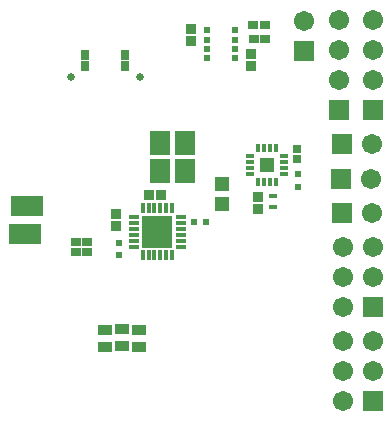
<source format=gbr>
%TF.GenerationSoftware,Altium Limited,Altium Designer,23.1.1 (15)*%
G04 Layer_Color=16711935*
%FSLAX45Y45*%
%MOMM*%
%TF.SameCoordinates,F9E8136A-E86D-4813-A5E9-63B8E08E304F*%
%TF.FilePolarity,Negative*%
%TF.FileFunction,Soldermask,Bot*%
%TF.Part,Single*%
G01*
G75*
%TA.AperFunction,SMDPad,CuDef*%
%ADD38R,0.67500X0.45000*%
%TA.AperFunction,ComponentPad*%
%ADD51C,0.65000*%
%TA.AperFunction,SMDPad,CuDef*%
%ADD61R,1.23000X1.23000*%
%ADD62R,0.30000X0.80000*%
%ADD63R,0.80000X0.30000*%
%ADD64R,0.50000X0.50000*%
%ADD66R,0.60000X0.60000*%
%ADD70R,0.50000X0.50000*%
%ADD78R,1.17000X0.93000*%
%TA.AperFunction,ComponentPad*%
%ADD104C,1.70320*%
%ADD105R,1.70320X1.70320*%
%TA.AperFunction,SMDPad,CuDef*%
%ADD106R,1.30000X1.30000*%
%TA.AperFunction,ComponentPad*%
%ADD107R,1.70320X1.70320*%
%TA.AperFunction,ViaPad*%
%ADD108R,2.72720X1.72720*%
%ADD109R,2.72720X1.72720*%
%TA.AperFunction,SMDPad,CuDef*%
%ADD110R,0.80000X0.85000*%
%ADD111R,0.82000X0.86000*%
%ADD112R,0.85000X0.80000*%
%ADD113R,0.65000X0.70000*%
%ADD114R,0.86000X0.82000*%
%TA.AperFunction,BGAPad,CuDef*%
%ADD115R,0.50000X0.50000*%
%TA.AperFunction,SMDPad,CuDef*%
%ADD116R,1.72720X2.02720*%
%ADD117R,0.39000X0.84000*%
%ADD118R,0.89000X0.39000*%
%ADD119R,2.64000X2.74000*%
D38*
X11440000Y5706250D02*
D03*
Y5613750D02*
D03*
D51*
X9732000Y6710000D02*
D03*
X10310000D02*
D03*
D61*
X11390000Y5967500D02*
D03*
D62*
X11465000Y6110000D02*
D03*
X11415000D02*
D03*
X11365000D02*
D03*
X11315000D02*
D03*
Y5825000D02*
D03*
X11365000D02*
D03*
X11415000D02*
D03*
X11465000D02*
D03*
D63*
X11247500Y6042500D02*
D03*
Y5992500D02*
D03*
Y5942500D02*
D03*
Y5892500D02*
D03*
X11532500D02*
D03*
Y5942500D02*
D03*
Y5992500D02*
D03*
Y6042500D02*
D03*
D64*
X10770000Y5480000D02*
D03*
X10870000D02*
D03*
D66*
X11652500Y5887500D02*
D03*
Y5782500D02*
D03*
D70*
X10135000Y5202500D02*
D03*
Y5302500D02*
D03*
D78*
X10020000Y4428000D02*
D03*
Y4572000D02*
D03*
X10302500D02*
D03*
Y4428000D02*
D03*
X10162500Y4574500D02*
D03*
Y4430500D02*
D03*
D104*
X11702500Y7189000D02*
D03*
X11995000Y6685000D02*
D03*
Y6939000D02*
D03*
Y7193000D02*
D03*
X12028500Y4765000D02*
D03*
X12282500Y5019000D02*
D03*
X12028500D02*
D03*
X12282500Y5273000D02*
D03*
X12028500D02*
D03*
X12270000Y5850000D02*
D03*
X12274000Y6140000D02*
D03*
Y5560000D02*
D03*
X12282500Y7196500D02*
D03*
Y6942500D02*
D03*
Y6688500D02*
D03*
X12028500Y3968500D02*
D03*
X12282500Y4222500D02*
D03*
X12028500D02*
D03*
X12282500Y4476500D02*
D03*
X12028500D02*
D03*
D105*
X11702500Y6935000D02*
D03*
X11995000Y6431000D02*
D03*
X12282500Y4765000D02*
D03*
Y6434500D02*
D03*
Y3968500D02*
D03*
D106*
X11002500Y5802500D02*
D03*
Y5637500D02*
D03*
D107*
X12016000Y5850000D02*
D03*
X12020000Y6140000D02*
D03*
Y5560000D02*
D03*
D108*
X9342500Y5377500D02*
D03*
D109*
X9352500Y5620000D02*
D03*
D110*
X9850000Y6897500D02*
D03*
Y6802500D02*
D03*
X10182500Y6897500D02*
D03*
Y6802500D02*
D03*
D111*
X10747500Y7114000D02*
D03*
Y7016000D02*
D03*
X11252500Y6904000D02*
D03*
Y6806000D02*
D03*
X11315000Y5694000D02*
D03*
Y5596000D02*
D03*
X10110000Y5549000D02*
D03*
Y5451000D02*
D03*
D112*
X11272500Y7155000D02*
D03*
X11367500D02*
D03*
X11275000Y7032500D02*
D03*
X11370000D02*
D03*
X9770000Y5317500D02*
D03*
X9767500Y5225000D02*
D03*
X9865000Y5317500D02*
D03*
X9862500Y5225000D02*
D03*
D113*
X11640000Y6097500D02*
D03*
Y6012500D02*
D03*
D114*
X10391000Y5712500D02*
D03*
X10489000D02*
D03*
D115*
X11120000Y6867500D02*
D03*
Y6947500D02*
D03*
Y7027500D02*
D03*
Y7107500D02*
D03*
X10880000D02*
D03*
Y7027500D02*
D03*
Y6947500D02*
D03*
Y6867500D02*
D03*
D116*
X10692500Y5915000D02*
D03*
X10478750Y5918750D02*
D03*
X10695834Y6152500D02*
D03*
X10477500Y6152500D02*
D03*
D117*
X10585000Y5200000D02*
D03*
X10535000D02*
D03*
X10485000D02*
D03*
X10435000D02*
D03*
X10385000D02*
D03*
X10335000D02*
D03*
X10585000Y5600000D02*
D03*
X10535000D02*
D03*
X10485000D02*
D03*
X10435000D02*
D03*
X10385000D02*
D03*
X10335000D02*
D03*
D118*
X10262500Y5275000D02*
D03*
Y5325000D02*
D03*
Y5375000D02*
D03*
Y5425000D02*
D03*
Y5475000D02*
D03*
Y5525000D02*
D03*
X10657500Y5275000D02*
D03*
Y5325000D02*
D03*
Y5375000D02*
D03*
Y5425000D02*
D03*
Y5475000D02*
D03*
Y5525000D02*
D03*
D119*
X10460000Y5400000D02*
D03*
%TF.MD5,1769d5238f5fcc37c0af65517bee6d1a*%
M02*

</source>
